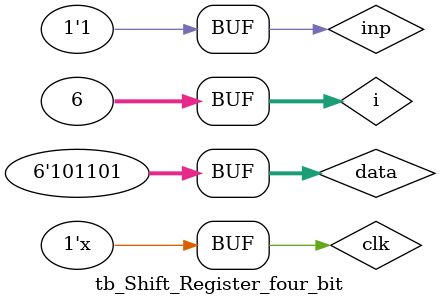
<source format=v>
`timescale 100ps/1ps
module tb_Shift_Register_four_bit;
reg     clk, inp;
wire    [3:0] outp;

wire     [5:0] data;
integer i;
assign data    = 6'b101101;
Shift_Register_four_bit U0(clk, inp, outp);
initial
clk     <=0;

always  #1 clk = ~clk;

initial begin
 for(i=0; i<6; i=i+1) begin
 inp <= data[i];
 #2;
 end    
end
endmodule
</source>
